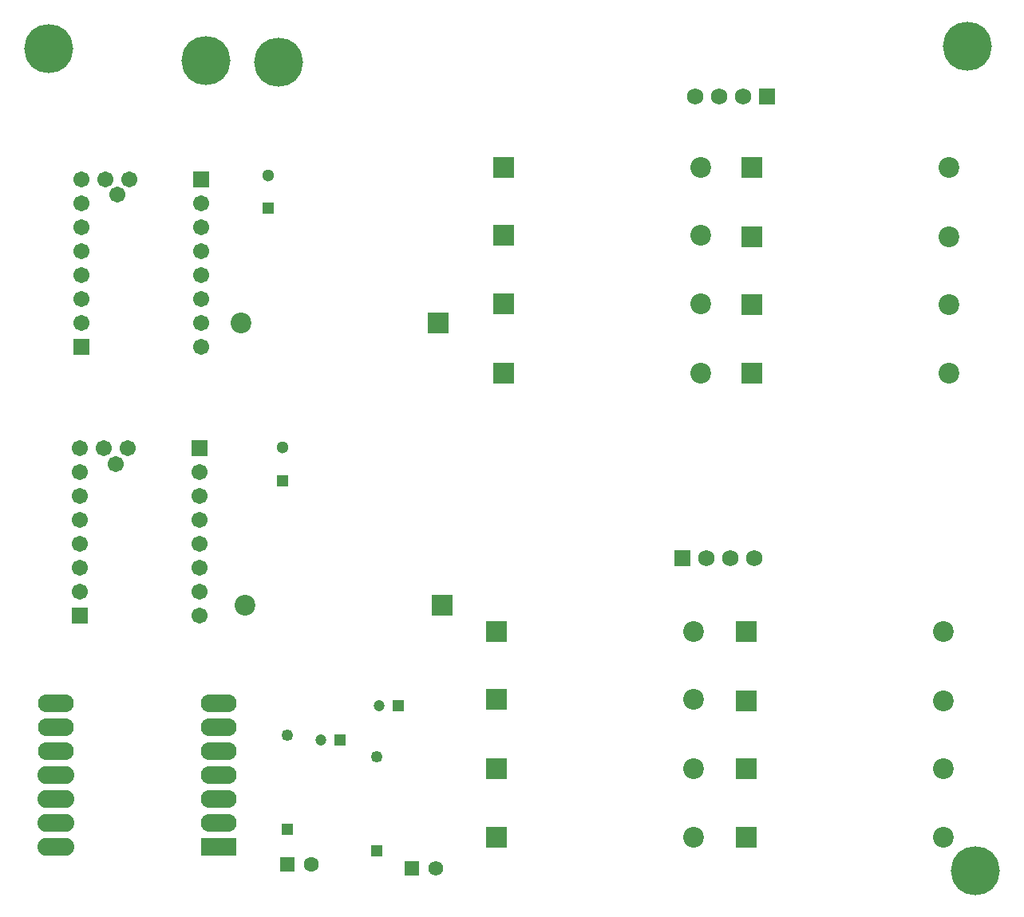
<source format=gbr>
G04*
G04 #@! TF.GenerationSoftware,Altium Limited,Altium Designer,24.1.2 (44)*
G04*
G04 Layer_Color=8388736*
%FSLAX44Y44*%
%MOMM*%
G71*
G04*
G04 #@! TF.SameCoordinates,5DE3D9D9-2881-4E34-8FA9-09D51DE8E5B4*
G04*
G04*
G04 #@! TF.FilePolarity,Negative*
G04*
G01*
G75*
%ADD17C,1.7032*%
%ADD18R,1.7032X1.7032*%
%ADD19R,1.2000X1.2000*%
%ADD20C,1.2000*%
%ADD21R,1.6000X1.6000*%
%ADD22C,1.5700*%
%ADD23R,1.2500X1.2500*%
%ADD24C,1.2500*%
G04:AMPARAMS|DCode=25|XSize=3.8032mm|YSize=1.9032mm|CornerRadius=0.9516mm|HoleSize=0mm|Usage=FLASHONLY|Rotation=0.000|XOffset=0mm|YOffset=0mm|HoleType=Round|Shape=RoundedRectangle|*
%AMROUNDEDRECTD25*
21,1,3.8032,0.0000,0,0,0.0*
21,1,1.9000,1.9032,0,0,0.0*
1,1,1.9032,0.9500,0.0000*
1,1,1.9032,-0.9500,0.0000*
1,1,1.9032,-0.9500,0.0000*
1,1,1.9032,0.9500,0.0000*
%
%ADD25ROUNDEDRECTD25*%
%ADD26R,2.2000X2.2000*%
%ADD27C,2.2000*%
%ADD28C,1.6000*%
%ADD29C,1.7532*%
%ADD30R,1.7532X1.7532*%
%ADD31R,1.3000X1.3000*%
%ADD32C,1.3000*%
%ADD33R,3.7032X1.9032*%
G04:AMPARAMS|DCode=34|XSize=3.9032mm|YSize=1.9032mm|CornerRadius=0.9516mm|HoleSize=0mm|Usage=FLASHONLY|Rotation=180.000|XOffset=0mm|YOffset=0mm|HoleType=Round|Shape=RoundedRectangle|*
%AMROUNDEDRECTD34*
21,1,3.9032,0.0000,0,0,180.0*
21,1,2.0000,1.9032,0,0,180.0*
1,1,1.9032,-1.0000,0.0000*
1,1,1.9032,1.0000,0.0000*
1,1,1.9032,1.0000,0.0000*
1,1,1.9032,-1.0000,0.0000*
%
%ADD34ROUNDEDRECTD34*%
%ADD35C,5.2032*%
D17*
X384810Y706120D02*
D03*
X397510Y722630D02*
D03*
X372110D02*
D03*
X346710Y570230D02*
D03*
Y595630D02*
D03*
Y621030D02*
D03*
Y646430D02*
D03*
Y671830D02*
D03*
Y697230D02*
D03*
Y722630D02*
D03*
X473710Y697230D02*
D03*
Y671830D02*
D03*
Y646430D02*
D03*
Y621030D02*
D03*
Y595630D02*
D03*
Y570230D02*
D03*
Y544830D02*
D03*
X386080Y991870D02*
D03*
X398780Y1008380D02*
D03*
X373380D02*
D03*
X347980Y855980D02*
D03*
Y881380D02*
D03*
Y906780D02*
D03*
Y932180D02*
D03*
Y957580D02*
D03*
Y982980D02*
D03*
Y1008380D02*
D03*
X474980Y982980D02*
D03*
Y957580D02*
D03*
Y932180D02*
D03*
Y906780D02*
D03*
Y881380D02*
D03*
Y855980D02*
D03*
Y830580D02*
D03*
D18*
X346710Y544830D02*
D03*
X473710Y722630D02*
D03*
X347980Y830580D02*
D03*
X474980Y1008380D02*
D03*
D19*
X684370Y449580D02*
D03*
X622140Y412750D02*
D03*
D20*
X664370Y449580D02*
D03*
X602140Y412750D02*
D03*
D21*
X698500Y276860D02*
D03*
X566420Y280670D02*
D03*
D22*
X723900Y276860D02*
D03*
D23*
X661670Y295440D02*
D03*
X566420Y318300D02*
D03*
D24*
X661670Y395440D02*
D03*
X566420Y418300D02*
D03*
D25*
X493920Y426720D02*
D03*
Y325120D02*
D03*
Y350520D02*
D03*
Y375920D02*
D03*
Y401320D02*
D03*
Y452120D02*
D03*
X321420D02*
D03*
Y426720D02*
D03*
Y401320D02*
D03*
D26*
X730810Y556260D02*
D03*
X1059480Y802640D02*
D03*
Y875030D02*
D03*
Y947420D02*
D03*
X795730Y802640D02*
D03*
Y876300D02*
D03*
Y948690D02*
D03*
X1053130Y309880D02*
D03*
Y382270D02*
D03*
Y454660D02*
D03*
Y528320D02*
D03*
X788110Y309880D02*
D03*
Y382270D02*
D03*
Y455930D02*
D03*
Y528320D02*
D03*
X727000Y855980D02*
D03*
X1059480Y1021080D02*
D03*
X795730D02*
D03*
D27*
X521410Y556260D02*
D03*
X1268880Y802640D02*
D03*
Y875030D02*
D03*
Y947420D02*
D03*
X1005130Y802640D02*
D03*
Y876300D02*
D03*
Y948690D02*
D03*
X1262530Y309880D02*
D03*
Y382270D02*
D03*
Y454660D02*
D03*
Y528320D02*
D03*
X997510Y309880D02*
D03*
Y382270D02*
D03*
Y455930D02*
D03*
Y528320D02*
D03*
X517600Y855980D02*
D03*
X1268880Y1021080D02*
D03*
X1005130D02*
D03*
D28*
X591820Y280670D02*
D03*
D29*
X999490Y1096010D02*
D03*
X1024890D02*
D03*
X1050290D02*
D03*
X1061720Y605790D02*
D03*
X1036320D02*
D03*
X1010920D02*
D03*
D30*
X1075690Y1096010D02*
D03*
X985520Y605790D02*
D03*
D31*
X546100Y977900D02*
D03*
X561340Y688620D02*
D03*
D32*
X546100Y1012900D02*
D03*
X561340Y723620D02*
D03*
D33*
X493920Y299720D02*
D03*
D34*
X321420Y375920D02*
D03*
Y350520D02*
D03*
Y325120D02*
D03*
Y299720D02*
D03*
D35*
X1296670Y274320D02*
D03*
X1287780Y1149350D02*
D03*
X313690Y1146810D02*
D03*
X480060Y1134110D02*
D03*
X557530Y1132840D02*
D03*
M02*

</source>
